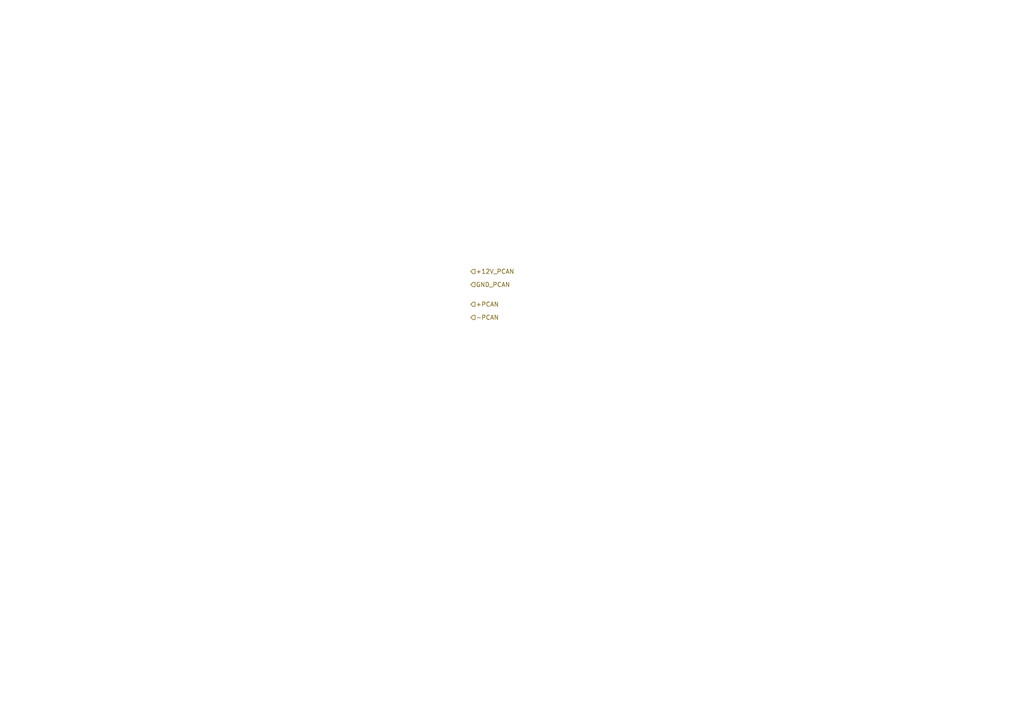
<source format=kicad_sch>
(kicad_sch
	(version 20250114)
	(generator "eeschema")
	(generator_version "9.0")
	(uuid "39af5c6b-cfa2-430d-b863-1faefcda7c76")
	(paper "A4")
	(lib_symbols)
	(hierarchical_label "GND_PCAN"
		(shape input)
		(at 136.525 82.55 0)
		(effects
			(font
				(size 1.27 1.27)
			)
			(justify left)
		)
		(uuid "37ce90fc-dc6c-4882-adc3-8acc94a42306")
	)
	(hierarchical_label "+PCAN"
		(shape input)
		(at 136.525 88.265 0)
		(effects
			(font
				(size 1.27 1.27)
			)
			(justify left)
		)
		(uuid "3ffb737d-471e-4604-8f5f-7ac4b2606c04")
	)
	(hierarchical_label "+12V_PCAN"
		(shape input)
		(at 136.525 78.74 0)
		(effects
			(font
				(size 1.27 1.27)
			)
			(justify left)
		)
		(uuid "46b8f66f-ebbc-4529-9532-e5434ac26d30")
	)
	(hierarchical_label "-PCAN"
		(shape input)
		(at 136.525 92.075 0)
		(effects
			(font
				(size 1.27 1.27)
			)
			(justify left)
		)
		(uuid "b391c109-0c4e-415a-8dc0-bfa16021556e")
	)
)

</source>
